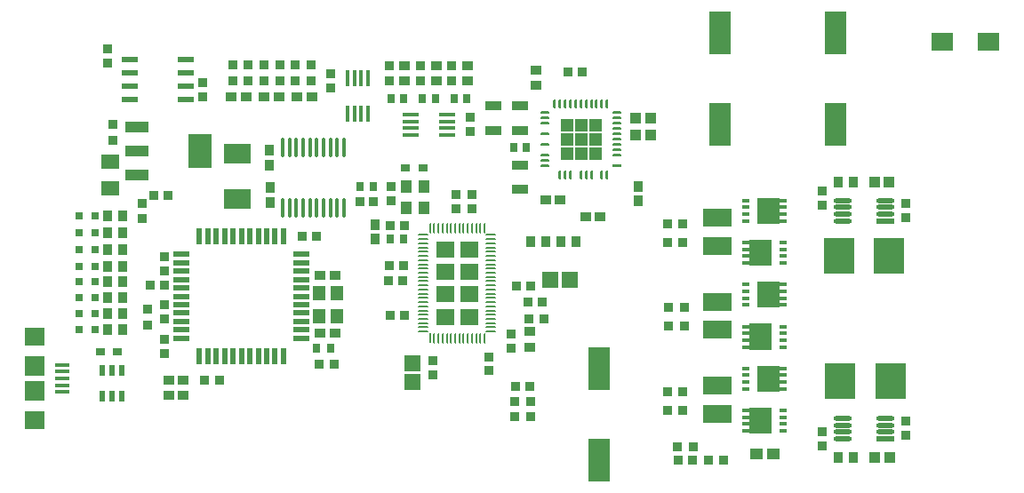
<source format=gtp>
G04*
G04 #@! TF.GenerationSoftware,Altium Limited,Altium Designer,23.4.1 (23)*
G04*
G04 Layer_Color=8421504*
%FSLAX25Y25*%
%MOIN*%
G70*
G04*
G04 #@! TF.SameCoordinates,99A001A7-D63A-4E88-881B-6C0508A0781D*
G04*
G04*
G04 #@! TF.FilePolarity,Positive*
G04*
G01*
G75*
%ADD17R,0.06931X0.06366*%
%ADD18R,0.03543X0.04134*%
%ADD19R,0.03150X0.03150*%
%ADD20R,0.03591X0.03772*%
%ADD21R,0.03347X0.03740*%
%ADD22R,0.07874X0.16142*%
G04:AMPARAMS|DCode=23|XSize=61.19mil|YSize=14.8mil|CornerRadius=7.4mil|HoleSize=0mil|Usage=FLASHONLY|Rotation=90.000|XOffset=0mil|YOffset=0mil|HoleType=Round|Shape=RoundedRectangle|*
%AMROUNDEDRECTD23*
21,1,0.06119,0.00000,0,0,90.0*
21,1,0.04639,0.01480,0,0,90.0*
1,1,0.01480,0.00000,0.02320*
1,1,0.01480,0.00000,-0.02320*
1,1,0.01480,0.00000,-0.02320*
1,1,0.01480,0.00000,0.02320*
%
%ADD23ROUNDEDRECTD23*%
%ADD24R,0.01480X0.06119*%
G04:AMPARAMS|DCode=25|XSize=61.19mil|YSize=14.8mil|CornerRadius=7.4mil|HoleSize=0mil|Usage=FLASHONLY|Rotation=0.000|XOffset=0mil|YOffset=0mil|HoleType=Round|Shape=RoundedRectangle|*
%AMROUNDEDRECTD25*
21,1,0.06119,0.00000,0,0,0.0*
21,1,0.04639,0.01480,0,0,0.0*
1,1,0.01480,0.02320,0.00000*
1,1,0.01480,-0.02320,0.00000*
1,1,0.01480,-0.02320,0.00000*
1,1,0.01480,0.02320,0.00000*
%
%ADD25ROUNDEDRECTD25*%
%ADD26R,0.06119X0.01480*%
%ADD27R,0.04134X0.03543*%
%ADD28R,0.03740X0.03740*%
%ADD29R,0.02953X0.03543*%
%ADD30R,0.06102X0.03740*%
%ADD31R,0.07087X0.05512*%
%ADD32R,0.08268X0.07087*%
%ADD33R,0.03766X0.03788*%
%ADD34O,0.01378X0.07874*%
%ADD35R,0.03740X0.03347*%
%ADD36R,0.03740X0.02756*%
%ADD37R,0.02400X0.04400*%
%ADD38R,0.05315X0.01575*%
%ADD39R,0.07480X0.07480*%
%ADD40R,0.07480X0.07087*%
%ADD41R,0.10236X0.07480*%
%ADD42R,0.06102X0.02362*%
%ADD43R,0.08661X0.03937*%
%ADD44R,0.08661X0.12992*%
%ADD45R,0.03961X0.03773*%
%ADD46R,0.02953X0.03347*%
%ADD47R,0.03772X0.03591*%
%ADD48R,0.03963X0.03773*%
%ADD49R,0.03773X0.03963*%
%ADD50R,0.04724X0.05512*%
%ADD51R,0.05906X0.02165*%
%ADD52R,0.02165X0.05906*%
G04:AMPARAMS|DCode=53|XSize=10mil|YSize=35mil|CornerRadius=3.75mil|HoleSize=0mil|Usage=FLASHONLY|Rotation=90.000|XOffset=0mil|YOffset=0mil|HoleType=Round|Shape=RoundedRectangle|*
%AMROUNDEDRECTD53*
21,1,0.01000,0.02750,0,0,90.0*
21,1,0.00250,0.03500,0,0,90.0*
1,1,0.00750,0.01375,0.00125*
1,1,0.00750,0.01375,-0.00125*
1,1,0.00750,-0.01375,-0.00125*
1,1,0.00750,-0.01375,0.00125*
%
%ADD53ROUNDEDRECTD53*%
G04:AMPARAMS|DCode=54|XSize=10mil|YSize=35mil|CornerRadius=3.75mil|HoleSize=0mil|Usage=FLASHONLY|Rotation=0.000|XOffset=0mil|YOffset=0mil|HoleType=Round|Shape=RoundedRectangle|*
%AMROUNDEDRECTD54*
21,1,0.01000,0.02750,0,0,0.0*
21,1,0.00250,0.03500,0,0,0.0*
1,1,0.00750,0.00125,-0.01375*
1,1,0.00750,-0.00125,-0.01375*
1,1,0.00750,-0.00125,0.01375*
1,1,0.00750,0.00125,0.01375*
%
%ADD54ROUNDEDRECTD54*%
%ADD55R,0.00100X0.00100*%
G04:AMPARAMS|DCode=56|XSize=7.58mil|YSize=37.8mil|CornerRadius=3.79mil|HoleSize=0mil|Usage=FLASHONLY|Rotation=90.000|XOffset=0mil|YOffset=0mil|HoleType=Round|Shape=RoundedRectangle|*
%AMROUNDEDRECTD56*
21,1,0.00758,0.03022,0,0,90.0*
21,1,0.00000,0.03780,0,0,90.0*
1,1,0.00758,0.01511,0.00000*
1,1,0.00758,0.01511,0.00000*
1,1,0.00758,-0.01511,0.00000*
1,1,0.00758,-0.01511,0.00000*
%
%ADD56ROUNDEDRECTD56*%
G04:AMPARAMS|DCode=57|XSize=7.58mil|YSize=37.84mil|CornerRadius=3.79mil|HoleSize=0mil|Usage=FLASHONLY|Rotation=90.000|XOffset=0mil|YOffset=0mil|HoleType=Round|Shape=RoundedRectangle|*
%AMROUNDEDRECTD57*
21,1,0.00758,0.03026,0,0,90.0*
21,1,0.00000,0.03784,0,0,90.0*
1,1,0.00758,0.01513,0.00000*
1,1,0.00758,0.01513,0.00000*
1,1,0.00758,-0.01513,0.00000*
1,1,0.00758,-0.01513,0.00000*
%
%ADD57ROUNDEDRECTD57*%
G04:AMPARAMS|DCode=58|XSize=37.84mil|YSize=7.58mil|CornerRadius=3.79mil|HoleSize=0mil|Usage=FLASHONLY|Rotation=90.000|XOffset=0mil|YOffset=0mil|HoleType=Round|Shape=RoundedRectangle|*
%AMROUNDEDRECTD58*
21,1,0.03784,0.00000,0,0,90.0*
21,1,0.03026,0.00758,0,0,90.0*
1,1,0.00758,0.00000,0.01513*
1,1,0.00758,0.00000,-0.01513*
1,1,0.00758,0.00000,-0.01513*
1,1,0.00758,0.00000,0.01513*
%
%ADD58ROUNDEDRECTD58*%
%ADD59C,0.00682*%
%ADD60R,0.03740X0.03740*%
%ADD61R,0.05142X0.04166*%
%ADD62R,0.03591X0.04164*%
%ADD63R,0.06102X0.05906*%
%ADD64R,0.05906X0.06102*%
%ADD65R,0.04134X0.04331*%
%ADD66R,0.04164X0.03985*%
%ADD67R,0.04164X0.03591*%
%ADD68R,0.04331X0.05118*%
%ADD69R,0.11634X0.13804*%
%ADD70R,0.02600X0.01500*%
%ADD71R,0.11040X0.06506*%
G04:AMPARAMS|DCode=72|XSize=69.06mil|YSize=18.73mil|CornerRadius=9.37mil|HoleSize=0mil|Usage=FLASHONLY|Rotation=180.000|XOffset=0mil|YOffset=0mil|HoleType=Round|Shape=RoundedRectangle|*
%AMROUNDEDRECTD72*
21,1,0.06906,0.00000,0,0,180.0*
21,1,0.05033,0.01873,0,0,180.0*
1,1,0.01873,-0.02516,0.00000*
1,1,0.01873,0.02516,0.00000*
1,1,0.01873,0.02516,0.00000*
1,1,0.01873,-0.02516,0.00000*
%
%ADD72ROUNDEDRECTD72*%
%ADD73R,0.06906X0.01873*%
G36*
X218589Y137238D02*
X214010D01*
Y141818D01*
X218589D01*
Y137238D01*
D02*
G37*
G36*
X213223D02*
X208644D01*
Y141818D01*
X213223D01*
Y137238D01*
D02*
G37*
G36*
X207856D02*
X203277D01*
Y141818D01*
X207856D01*
Y137238D01*
D02*
G37*
G36*
X218589Y131872D02*
X214010D01*
Y136451D01*
X218589D01*
Y131872D01*
D02*
G37*
G36*
X213223D02*
X208644D01*
Y136451D01*
X213223D01*
Y131872D01*
D02*
G37*
G36*
X207856D02*
X203277D01*
Y136451D01*
X207856D01*
Y131872D01*
D02*
G37*
G36*
X218589Y126505D02*
X214010D01*
Y131084D01*
X218589D01*
Y126505D01*
D02*
G37*
G36*
X213223D02*
X208644D01*
Y131084D01*
X213223D01*
Y126505D01*
D02*
G37*
G36*
X207856D02*
X203277D01*
Y131084D01*
X207856D01*
Y126505D01*
D02*
G37*
G36*
X226133Y123819D02*
X223008D01*
X222934Y123819D01*
X222796Y123876D01*
X222690Y123981D01*
X222633Y124119D01*
Y124194D01*
Y124194D01*
Y124444D01*
Y124518D01*
X222690Y124656D01*
X222796Y124762D01*
X222934Y124819D01*
X226133D01*
Y123819D01*
D02*
G37*
G36*
X285334Y102490D02*
X277034D01*
Y112290D01*
X285334D01*
Y102490D01*
D02*
G37*
G36*
X282234Y86742D02*
X273934D01*
Y96542D01*
X282234D01*
Y86742D01*
D02*
G37*
G36*
X285334Y70994D02*
X277034D01*
Y80794D01*
X285334D01*
Y70994D01*
D02*
G37*
G36*
X154455Y61482D02*
X154561Y61375D01*
X154619Y61236D01*
Y61160D01*
Y57759D01*
X153861D01*
Y61160D01*
Y61236D01*
X153919Y61375D01*
X154025Y61482D01*
X154165Y61539D01*
X154315D01*
X154455Y61482D01*
D02*
G37*
G36*
X282234Y55246D02*
X273934D01*
Y65046D01*
X282234D01*
Y55246D01*
D02*
G37*
G36*
X285334Y39498D02*
X277034D01*
Y49298D01*
X285334D01*
Y39498D01*
D02*
G37*
G36*
X282234Y23750D02*
X273934D01*
Y33550D01*
X282234D01*
Y23750D01*
D02*
G37*
D17*
X168979Y92881D02*
D03*
Y84443D02*
D03*
X168980Y76006D02*
D03*
Y67567D02*
D03*
X159976Y92881D02*
D03*
Y84443D02*
D03*
X159976Y76006D02*
D03*
Y67567D02*
D03*
D18*
X33366Y62992D02*
D03*
X39075D02*
D03*
X33366Y68898D02*
D03*
X39075D02*
D03*
X33366Y74803D02*
D03*
X39075D02*
D03*
X33366Y80709D02*
D03*
X39075D02*
D03*
X33366Y99213D02*
D03*
X39075D02*
D03*
X192028Y95669D02*
D03*
X197736D02*
D03*
X203445D02*
D03*
X209154D02*
D03*
X39075Y105512D02*
D03*
X33366D02*
D03*
X39075Y86614D02*
D03*
X33366D02*
D03*
X39075Y92913D02*
D03*
X33366D02*
D03*
X307291Y14870D02*
D03*
X313000D02*
D03*
X307291Y118217D02*
D03*
X313000D02*
D03*
D19*
X22638Y105512D02*
D03*
X28543D02*
D03*
X28543Y62992D02*
D03*
X22638D02*
D03*
X28543Y68898D02*
D03*
X22638D02*
D03*
X28543Y80709D02*
D03*
X22638D02*
D03*
X28543Y74803D02*
D03*
X22638D02*
D03*
X28543Y92913D02*
D03*
X22638D02*
D03*
X28543Y99213D02*
D03*
X22638D02*
D03*
X22638Y86614D02*
D03*
X28543D02*
D03*
D20*
X46260Y110055D02*
D03*
Y104331D02*
D03*
X35433Y133949D02*
D03*
Y139673D02*
D03*
X48228Y70382D02*
D03*
Y64657D02*
D03*
D21*
X50787Y113189D02*
D03*
X56102D02*
D03*
X127854Y110827D02*
D03*
X133169D02*
D03*
X111614Y97835D02*
D03*
X106299D02*
D03*
X54823Y79331D02*
D03*
X49508D02*
D03*
X252567Y13886D02*
D03*
X247252D02*
D03*
X186228Y41642D02*
D03*
X191543D02*
D03*
X190953Y73138D02*
D03*
X196268D02*
D03*
X205913Y159358D02*
D03*
X211228D02*
D03*
X139378Y101878D02*
D03*
X144693D02*
D03*
X138878Y86811D02*
D03*
X144193D02*
D03*
X139272Y68307D02*
D03*
X144587D02*
D03*
X191937Y79043D02*
D03*
X186622D02*
D03*
X144095Y81299D02*
D03*
X138779D02*
D03*
D22*
X217717Y48228D02*
D03*
Y13976D02*
D03*
X306299Y174213D02*
D03*
Y139961D02*
D03*
X262992Y174213D02*
D03*
Y139961D02*
D03*
D23*
X125886Y157088D02*
D03*
X128445D02*
D03*
X131004D02*
D03*
X128445Y143699D02*
D03*
X125886D02*
D03*
X131004D02*
D03*
X123327Y157088D02*
D03*
D24*
Y143699D02*
D03*
D25*
X160541Y143512D02*
D03*
X147152Y135835D02*
D03*
Y140953D02*
D03*
Y138394D02*
D03*
X160541Y135835D02*
D03*
Y138394D02*
D03*
Y140953D02*
D03*
D26*
X147152Y143512D02*
D03*
D27*
X168413Y156110D02*
D03*
Y161819D02*
D03*
X156602Y156110D02*
D03*
Y161819D02*
D03*
X144791Y156012D02*
D03*
Y161721D02*
D03*
X194004Y154535D02*
D03*
Y160244D02*
D03*
X191732Y62008D02*
D03*
Y56299D02*
D03*
D28*
X162508Y156012D02*
D03*
Y161917D02*
D03*
X150697Y156012D02*
D03*
Y161917D02*
D03*
X138886Y156012D02*
D03*
Y161917D02*
D03*
X92036Y162114D02*
D03*
Y156209D02*
D03*
X186130Y30028D02*
D03*
Y35933D02*
D03*
X192035Y35933D02*
D03*
Y30028D02*
D03*
X86130Y162114D02*
D03*
Y156209D02*
D03*
X109752Y162114D02*
D03*
Y156209D02*
D03*
X97941Y162114D02*
D03*
Y156209D02*
D03*
X103847Y162114D02*
D03*
Y156209D02*
D03*
X80225Y162114D02*
D03*
Y156209D02*
D03*
D29*
X139673Y149516D02*
D03*
X144398D02*
D03*
X151484Y149516D02*
D03*
X156209D02*
D03*
X168020D02*
D03*
X163295D02*
D03*
X185736Y131012D02*
D03*
X190461D02*
D03*
D30*
X188099Y146661D02*
D03*
Y137409D02*
D03*
X177862Y146661D02*
D03*
Y137409D02*
D03*
X188099Y124614D02*
D03*
Y115362D02*
D03*
D31*
X34449Y115748D02*
D03*
Y125984D02*
D03*
D32*
X346457Y170866D02*
D03*
X363779D02*
D03*
D33*
X243213Y39476D02*
D03*
X249125D02*
D03*
X243213Y32587D02*
D03*
X249125D02*
D03*
X249716Y71169D02*
D03*
X243804D02*
D03*
X249716Y64280D02*
D03*
X243804D02*
D03*
X249125Y102468D02*
D03*
X243213D02*
D03*
X249122Y95579D02*
D03*
X243210D02*
D03*
D34*
X122047Y108465D02*
D03*
X99016Y131299D02*
D03*
X122047D02*
D03*
X119488D02*
D03*
X116929D02*
D03*
X114370D02*
D03*
X111811D02*
D03*
X109252D02*
D03*
X106693D02*
D03*
X104134D02*
D03*
X101575D02*
D03*
X119488Y108465D02*
D03*
X116929D02*
D03*
X114370D02*
D03*
X111811D02*
D03*
X109252D02*
D03*
X106693D02*
D03*
X104134D02*
D03*
X101575D02*
D03*
X99016D02*
D03*
D35*
X301287Y19102D02*
D03*
Y24417D02*
D03*
Y114969D02*
D03*
Y109653D02*
D03*
X69095Y150295D02*
D03*
Y155610D02*
D03*
X33465Y168012D02*
D03*
Y162697D02*
D03*
X54528Y72047D02*
D03*
Y66732D02*
D03*
X54528Y84941D02*
D03*
Y90256D02*
D03*
X116929Y158957D02*
D03*
Y153642D02*
D03*
X169201Y137016D02*
D03*
Y142331D02*
D03*
X139673Y116346D02*
D03*
Y111031D02*
D03*
X169988Y113591D02*
D03*
Y108276D02*
D03*
X155512Y45768D02*
D03*
Y51083D02*
D03*
X176378Y47342D02*
D03*
Y52657D02*
D03*
X184555Y61228D02*
D03*
Y55913D02*
D03*
X164083Y108275D02*
D03*
Y113591D02*
D03*
X332783Y28354D02*
D03*
Y23039D02*
D03*
X332783Y110047D02*
D03*
Y104732D02*
D03*
X54528Y53839D02*
D03*
Y59154D02*
D03*
D36*
X37106Y54331D02*
D03*
X30610D02*
D03*
X151583Y123531D02*
D03*
X145087D02*
D03*
D37*
X35039Y47638D02*
D03*
X31299D02*
D03*
X38779D02*
D03*
Y37795D02*
D03*
X31299D02*
D03*
X35039D02*
D03*
D38*
X16437Y49606D02*
D03*
Y47047D02*
D03*
Y44488D02*
D03*
Y39370D02*
D03*
Y41929D02*
D03*
D39*
X5906Y49213D02*
D03*
Y39764D02*
D03*
D40*
Y60236D02*
D03*
Y28740D02*
D03*
D41*
X82087Y111811D02*
D03*
Y128740D02*
D03*
D42*
X41535Y148996D02*
D03*
Y153996D02*
D03*
Y158996D02*
D03*
X62795Y163996D02*
D03*
Y148996D02*
D03*
Y153996D02*
D03*
X41535Y163996D02*
D03*
X62795Y158996D02*
D03*
D43*
X44291Y129921D02*
D03*
Y120866D02*
D03*
Y138976D02*
D03*
D44*
X67913Y129921D02*
D03*
D45*
X61815Y43701D02*
D03*
X56295D02*
D03*
X61815Y38189D02*
D03*
X56295D02*
D03*
D46*
X133071Y116339D02*
D03*
X127953D02*
D03*
X144427Y96986D02*
D03*
X139309D02*
D03*
X111811Y55709D02*
D03*
X116929D02*
D03*
D47*
X112689Y49803D02*
D03*
X118413D02*
D03*
X75500Y43898D02*
D03*
X69775D02*
D03*
D48*
X118803Y61614D02*
D03*
X113087D02*
D03*
X113087Y83268D02*
D03*
X118802D02*
D03*
X97649Y150106D02*
D03*
X91934D02*
D03*
X109956Y150106D02*
D03*
X104240D02*
D03*
X85343D02*
D03*
X79627D02*
D03*
D49*
X93898Y124505D02*
D03*
Y130220D02*
D03*
X94291Y110331D02*
D03*
Y116047D02*
D03*
D50*
X119291Y67913D02*
D03*
X112599Y76575D02*
D03*
X119291D02*
D03*
X112599Y67913D02*
D03*
D51*
X61130Y69004D02*
D03*
Y72154D02*
D03*
Y75303D02*
D03*
Y78453D02*
D03*
Y81602D02*
D03*
Y84752D02*
D03*
X106012Y91051D02*
D03*
Y87902D02*
D03*
Y84752D02*
D03*
Y81602D02*
D03*
Y78453D02*
D03*
Y75303D02*
D03*
Y72154D02*
D03*
Y62705D02*
D03*
Y59555D02*
D03*
X61130Y62705D02*
D03*
Y87902D02*
D03*
X106012Y69004D02*
D03*
X61130Y59555D02*
D03*
Y65854D02*
D03*
Y91051D02*
D03*
X106012Y65854D02*
D03*
D52*
X67823Y97744D02*
D03*
X70973D02*
D03*
X74122D02*
D03*
X77272D02*
D03*
X80421D02*
D03*
X83571D02*
D03*
X86721D02*
D03*
X89870D02*
D03*
X93020D02*
D03*
X99319Y52862D02*
D03*
X96169D02*
D03*
X93020D02*
D03*
X89870D02*
D03*
X86721D02*
D03*
X83571D02*
D03*
X77272D02*
D03*
X74122D02*
D03*
X70973D02*
D03*
X67823D02*
D03*
X99319Y97744D02*
D03*
X80421Y52862D02*
D03*
X96169Y97744D02*
D03*
D53*
X224383Y130224D02*
D03*
Y132193D02*
D03*
Y134161D02*
D03*
Y136130D02*
D03*
Y138098D02*
D03*
Y144004D02*
D03*
X197483D02*
D03*
Y142035D02*
D03*
Y140067D02*
D03*
Y136130D02*
D03*
Y132193D02*
D03*
Y128256D02*
D03*
Y126287D02*
D03*
Y124319D02*
D03*
X224383Y128256D02*
D03*
Y140067D02*
D03*
Y142035D02*
D03*
D54*
X220776Y147611D02*
D03*
X218807D02*
D03*
X216839D02*
D03*
X214870D02*
D03*
X212902D02*
D03*
X208965D02*
D03*
X206996D02*
D03*
X205028D02*
D03*
X203059D02*
D03*
Y120711D02*
D03*
X205028D02*
D03*
X206996D02*
D03*
X210933D02*
D03*
X212902D02*
D03*
X214870D02*
D03*
X218807D02*
D03*
X220776D02*
D03*
X201091Y147611D02*
D03*
X210933D02*
D03*
D55*
Y134161D02*
D03*
D56*
X151775Y62114D02*
D03*
D57*
X151777Y63689D02*
D03*
Y65264D02*
D03*
Y69988D02*
D03*
Y71563D02*
D03*
Y73138D02*
D03*
Y74713D02*
D03*
Y76287D02*
D03*
Y77862D02*
D03*
Y79437D02*
D03*
Y81012D02*
D03*
Y82587D02*
D03*
Y90461D02*
D03*
Y92035D02*
D03*
Y93610D02*
D03*
Y95185D02*
D03*
X177175Y98335D02*
D03*
Y96760D02*
D03*
Y95185D02*
D03*
Y93610D02*
D03*
Y92035D02*
D03*
Y90461D02*
D03*
Y88886D02*
D03*
Y87311D02*
D03*
Y85736D02*
D03*
Y84161D02*
D03*
Y82587D02*
D03*
Y81012D02*
D03*
Y79437D02*
D03*
Y77862D02*
D03*
Y73138D02*
D03*
Y71563D02*
D03*
Y69988D02*
D03*
Y68413D02*
D03*
Y66839D02*
D03*
Y65264D02*
D03*
Y63689D02*
D03*
Y62114D02*
D03*
X151777Y66839D02*
D03*
Y84161D02*
D03*
Y87311D02*
D03*
Y88886D02*
D03*
Y96760D02*
D03*
Y98335D02*
D03*
X177175Y76287D02*
D03*
X151777Y68413D02*
D03*
Y85736D02*
D03*
X177175Y74713D02*
D03*
D58*
X155815Y100797D02*
D03*
X157390D02*
D03*
X158965D02*
D03*
X160539D02*
D03*
X162114D02*
D03*
X163689D02*
D03*
X165264D02*
D03*
X169988D02*
D03*
X171563D02*
D03*
X173138D02*
D03*
X174713D02*
D03*
X171563Y59651D02*
D03*
X169988D02*
D03*
X168413D02*
D03*
X166839D02*
D03*
X165264D02*
D03*
X163689D02*
D03*
X162114D02*
D03*
X160539D02*
D03*
X158965D02*
D03*
X166839Y100797D02*
D03*
X174713Y59651D02*
D03*
X157390D02*
D03*
X154240Y100797D02*
D03*
X168413D02*
D03*
X173138Y59651D02*
D03*
X155815D02*
D03*
D59*
X154240Y59610D02*
D03*
D60*
X252953Y18898D02*
D03*
X247047D02*
D03*
X264476Y13886D02*
D03*
X258571D02*
D03*
X197154Y66839D02*
D03*
X191248D02*
D03*
D61*
X276775Y16051D02*
D03*
X282886D02*
D03*
D62*
X133768Y102289D02*
D03*
Y96957D02*
D03*
X232193Y111023D02*
D03*
Y116355D02*
D03*
D63*
X147547Y43216D02*
D03*
Y50303D02*
D03*
D64*
X206602Y81406D02*
D03*
X199516D02*
D03*
D65*
X321169Y14870D02*
D03*
X326681D02*
D03*
X320972Y118217D02*
D03*
X326484D02*
D03*
D66*
X231282Y135827D02*
D03*
X237008D02*
D03*
X231389Y142126D02*
D03*
X237115D02*
D03*
D67*
X202969Y111327D02*
D03*
X197637D02*
D03*
X212598Y105028D02*
D03*
X217930D02*
D03*
D68*
X151976Y116642D02*
D03*
Y108374D02*
D03*
X145480Y116642D02*
D03*
Y108374D02*
D03*
D69*
X326883Y43413D02*
D03*
X308177D02*
D03*
X326389Y90658D02*
D03*
X307682D02*
D03*
D70*
X272634Y40559D02*
D03*
X286634Y48236D02*
D03*
Y45677D02*
D03*
Y43118D02*
D03*
Y40559D02*
D03*
X272634Y43118D02*
D03*
Y45677D02*
D03*
Y48236D02*
D03*
X272634Y32488D02*
D03*
Y29929D02*
D03*
Y27370D02*
D03*
Y24811D02*
D03*
X286634D02*
D03*
Y27370D02*
D03*
Y29929D02*
D03*
Y32488D02*
D03*
X272634Y72055D02*
D03*
X286634Y79732D02*
D03*
Y77173D02*
D03*
Y74614D02*
D03*
Y72055D02*
D03*
X272634Y74614D02*
D03*
Y77173D02*
D03*
Y79732D02*
D03*
X286634Y63984D02*
D03*
Y61425D02*
D03*
Y58866D02*
D03*
Y56307D02*
D03*
X272634D02*
D03*
Y58866D02*
D03*
Y61425D02*
D03*
Y63984D02*
D03*
X272634Y103551D02*
D03*
X286634Y111228D02*
D03*
Y108669D02*
D03*
Y106110D02*
D03*
Y103551D02*
D03*
X272634Y106110D02*
D03*
Y108669D02*
D03*
Y111228D02*
D03*
X286634Y95480D02*
D03*
Y92921D02*
D03*
Y90362D02*
D03*
Y87803D02*
D03*
X272634D02*
D03*
Y90362D02*
D03*
Y92921D02*
D03*
Y95480D02*
D03*
D71*
X261917Y94298D02*
D03*
Y104733D02*
D03*
X261917Y62802D02*
D03*
Y73237D02*
D03*
X261917Y31306D02*
D03*
Y41741D02*
D03*
D72*
X308963Y21858D02*
D03*
Y24417D02*
D03*
Y29535D02*
D03*
X325108D02*
D03*
Y26976D02*
D03*
Y24417D02*
D03*
X308963Y26976D02*
D03*
X308963Y103551D02*
D03*
Y106110D02*
D03*
Y111228D02*
D03*
X325108D02*
D03*
Y108669D02*
D03*
Y106110D02*
D03*
X308963Y108669D02*
D03*
D73*
X325108Y21858D02*
D03*
X325108Y103551D02*
D03*
M02*

</source>
